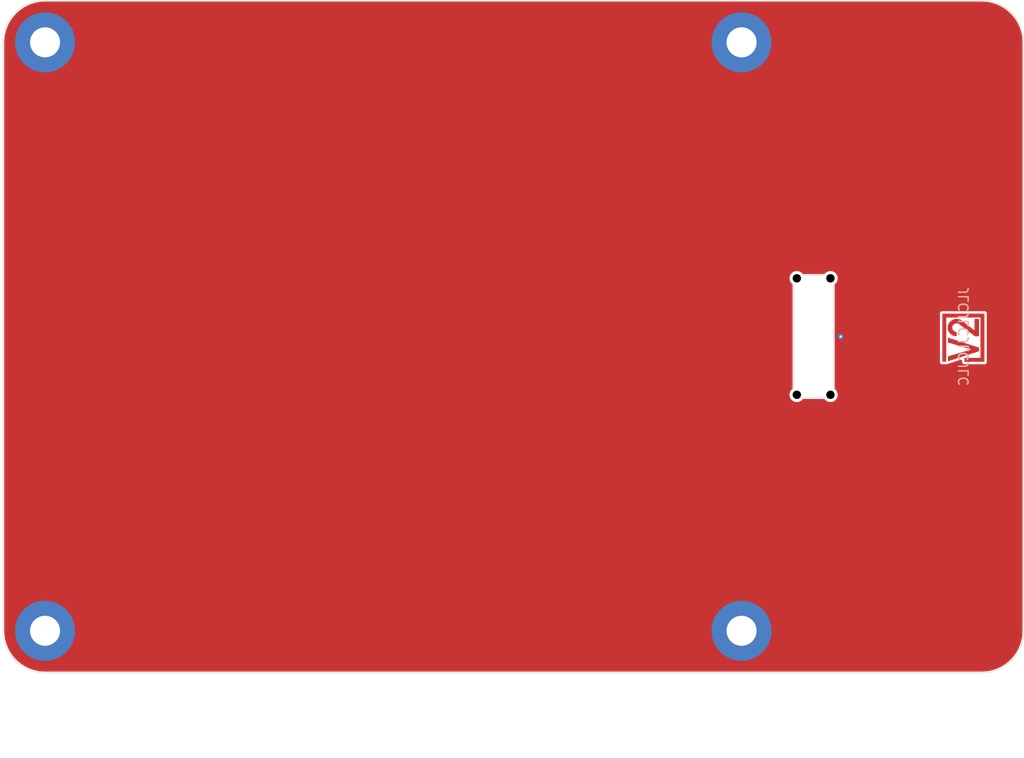
<source format=kicad_pcb>
(kicad_pcb (version 20240108) (generator "pcbnew") (generator_version "8.0")
  (title_block (date "2023-10-11") (rev "1"))
  (layers (0 "F.Cu" signal "Front") (31 "B.Cu" signal "Back") (36 "B.SilkS" user "B.Silkscreen") (37 "F.SilkS" user "F.Silkscreen") (38 "B.Mask" user) (39 "F.Mask" user) (44 "Edge.Cuts" user))
  (property "Order-Number" "JLCJLCJLCJLC")
  (net 0 "")
  (net 1 "GND")
  (footprint "V2_PCB_Devices:PCB_Button-top" (layer "F.Cu") (at 184.5 87)
    (property "Reference" "SWT101" (hide yes))
    (property "Value" "Button-top" (hide yes))
    (fp_line (start -1.65 -5.1) (end 1.65 -5.1) (stroke (width 0.05)) (layer "Edge.Cuts"))
    (fp_line (start -1.65 5.1) (end -1.65 -5.1) (stroke (width 0.05)) (layer "Edge.Cuts"))
    (fp_line (start 1.65 -5.1) (end 1.65 5.1) (stroke (width 0.05)) (layer "Edge.Cuts"))
    (fp_line (start 1.65 5.1) (end -1.65 5.1) (stroke (width 0.05)) (layer "Edge.Cuts"))
    (pad "" np_thru_hole circle (at -1.4 -4.85) (size 0.7 0.7) (drill 0.7) (layers "*.Mask"))
    (pad "" np_thru_hole circle (at -1.4 4.85) (size 0.7 0.7) (drill 0.7) (layers "*.Mask"))
    (pad "" np_thru_hole circle (at 1.4 -4.85) (size 0.7 0.7) (drill 0.7) (layers "*.Mask"))
    (pad "" np_thru_hole circle (at 1.4 4.85) (size 0.7 0.7) (drill 0.7) (layers "*.Mask"))
  )
  (footprint "V2_Mechanical:MountingHole_2.5mm_Pad_5mm" (layer "F.Cu") (at 178.5 111.5)
    (property "Reference" "H101" (hide yes))
    (property "Value" "Mounting_Hole" (hide yes))
    (pad "1" thru_hole custom (at 0 0) (size 5 5) (drill 2.5) (layers "*.Cu" "*.Mask") (net 1 "GND") (options (clearance outline) (anchor circle)) (primitives (gr_bbox (start -0.75 -0.75) (end 0.75 0.75) (fill no))))
  )
  (footprint "V2_Artwork:Logo_Small" (layer "F.Cu") (at 197 87 90)
    (property "Reference" "ICON101" (hide yes))
    (property "Value" "V2-logo" (hide yes))
    (fp_poly (pts (xy 1.91 1.7195) (xy -2.1005 1.7195) (xy -2.1005 0.0585) (xy -1.773 0.0585) (xy -1.773 1.392) (xy 1.5825 1.392) (xy 1.5825 -1.4555) (xy -2.1005 -1.4555) (xy -2.1005 -1.783) (xy 1.91 -1.783)) (fill solid) (layer "F.Cu"))
    (fp_poly (pts (xy -1.617677 -1.221322) (xy -1.084635 0.601822) (xy -1.059048 0.604213) (xy -0.526231 -1.218162) (xy -0.494416 -1.314387) (xy -0.190339 -1.314387) (xy -0.085353 -1.31286) (xy -0.918222 1.270316) (xy -1.019731 1.273487) (xy -1.223737 1.273487) (xy -2.056569 -1.309583) (xy -1.95594 -1.314387) (xy -1.651908 -1.314387)) (fill solid) (layer "F.Cu"))
    (fp_poly (pts (xy 0.862421 -1.32688) (xy 0.960344 -1.303887) (xy 1.053932 -1.266924) (xy 1.140943 -1.216397) (xy 1.219701 -1.153847) (xy 1.289786 -1.081749) (xy 1.350542 -1.001625) (xy 1.399768 -0.913898) (xy 1.435918 -0.820016) (xy 1.458468 -0.722) (xy 1.467956 -0.621911) (xy 1.465544 -0.521418) (xy 1.450928 -0.421932) (xy 1.422941 -0.325314) (xy 1.381219 -0.233761) (xy 1.32667 -0.149382) (xy 0.531352 0.87181) (xy 0.569453 0.895459) (xy 1.36796 0.895459) (xy 1.468453 0.900054) (xy 1.468453 1.206089) (xy 1.430088 1.273471) (xy 0.0225 1.273487) (xy 0.0225 0.967661) (xy 0.055771 0.877369) (xy 0.979104 -0.30523) (xy 1.038253 -0.385132) (xy 1.080844 -0.473929) (xy 1.098164 -0.570885) (xy 1.091767 -0.669077) (xy 1.059415 -0.761986) (xy 1.005396 -0.844371) (xy 0.93265 -0.91011) (xy 0.842392 -0.947991) (xy 0.744555 -0.957379) (xy 0.647511 -0.941672) (xy 0.558941 -0.899254) (xy 0.485254 -0.834228) (xy 0.432401 -0.751364) (xy 0.402317 -0.656406) (xy 0.361353 -0.584278) (xy 0.055147 -0.584278) (xy 0.02538 -0.657535) (xy 0.039764 -0.758101) (xy 0.066781 -0.854983) (xy 0.107035 -0.947172) (xy 0.159906 -1.032748) (xy 0.223839 -1.110347) (xy 0.296655 -1.179682) (xy 0.377971 -1.238903) (xy 0.467163 -1.285515) (xy 0.562602 -1.317508) (xy 0.661819 -1.334283) (xy 0.76236 -1.336756)) (fill solid) (layer "F.Cu"))
    (zone (net 0) (net_name "") (layer "F.Cu") (connect_pads (clearance 0)) (min_thickness 0.254)
      (keepout (tracks not_allowed) (vias not_allowed) (pads not_allowed) (copperpour not_allowed) (footprints allowed))
      (fill (thermal_gap 0.508) (thermal_bridge_width 0.508))
      (polygon (pts (xy 198.8415 89.2225) (xy 198.8415 84.968) (xy 195.095 84.968) (xy 195.095 89.2225) (xy 195.63475 89.2225) (xy 196.9365 88.79705) (xy 196.9365 89.2225)))
    )
  )
  (footprint "V2_Mechanical:MountingHole_2.5mm_Pad_5mm" (layer "F.Cu") (at 120.5 111.5)
    (property "Reference" "H107" (hide yes))
    (property "Value" "Mounting_Hole" (hide yes))
    (pad "1" thru_hole custom (at 0 0) (size 5 5) (drill 2.5) (layers "*.Cu" "*.Mask") (net 1 "GND") (options (clearance outline) (anchor circle)) (primitives (gr_bbox (start -0.75 -0.75) (end 0.75 0.75) (fill no))))
  )
  (footprint "V2_RaspberryPi:Hat" (layer "F.Cu") (at 117 115)
    (property "Reference" "H102" (hide yes))
    (property "Value" "Hat" (hide yes))
    (fp_line (start 0 -52.5) (end 0 -3.5) (stroke (width 0.05)) (layer "Edge.Cuts"))
    (fp_line (start 3.5 -56) (end 81.5 -56) (stroke (width 0.05)) (layer "Edge.Cuts"))
    (fp_line (start 3.5 0) (end 81.5 0) (stroke (width 0.05)) (layer "Edge.Cuts"))
    (fp_line (start 85 -52.5) (end 85 -3.5) (stroke (width 0.05)) (layer "Edge.Cuts"))
    (fp_arc (start 0 -52.5) (mid 1.025126 -54.974874) (end 3.5 -56) (stroke (width 0.05)) (layer "Edge.Cuts"))
    (fp_arc (start 3.5 0) (mid 1.025126 -1.025126) (end 0 -3.5) (stroke (width 0.05)) (layer "Edge.Cuts"))
    (fp_arc (start 81.5 -56) (mid 83.974874 -54.974874) (end 85 -52.5) (stroke (width 0.05)) (layer "Edge.Cuts"))
    (fp_arc (start 85 -3.5) (mid 83.974874 -1.025126) (end 81.5 0) (stroke (width 0.05)) (layer "Edge.Cuts"))
  )
  (footprint "V2_Mechanical:MountingHole_2.5mm_Pad_5mm" (layer "F.Cu") (at 178.5 62.5)
    (property "Reference" "H103" (hide yes))
    (property "Value" "Mounting_Hole" (hide yes))
    (pad "1" thru_hole custom (at 0 0) (size 5 5) (drill 2.5) (layers "*.Cu" "*.Mask") (net 1 "GND") (options (clearance outline) (anchor circle)) (primitives (gr_bbox (start -0.75 -0.75) (end 0.75 0.75) (fill no))))
  )
  (footprint "V2_Mechanical:MountingHole_2.5mm_Pad_5mm" (layer "F.Cu") (at 120.5 62.5)
    (property "Reference" "H105" (hide yes))
    (property "Value" "Mounting_Hole" (hide yes))
    (pad "1" thru_hole custom (at 0 0) (size 5 5) (drill 2.5) (layers "*.Cu" "*.Mask") (net 1 "GND") (options (clearance outline) (anchor circle)) (primitives (gr_bbox (start -0.75 -0.75) (end 0.75 0.75) (fill no))))
  )
  (footprint "V2_Production:Order_Number" (layer "B.Cu") (at 197 87 -90)
    (property "Reference" "INFO101" (hide yes))
    (property "Value" "ORDER-NUMBER" (hide yes))
    (fp_text user "${Order-Number}" (at 0 0 90) (layer "B.SilkS") (effects (font (size 0.8 0.8) (thickness 0.12)) (justify mirror)))
  )
  (via (at 186.75 87) (size 0.5) (drill 0.2) (layers "F.Cu" "B.Cu") (net 1))
  (zone (net 1) (net_name "GND") (layer "F.Cu") (priority 1) (connect_pads yes (clearance 0.2)) (min_thickness 0.2) (fill yes (thermal_gap 0.508) (thermal_bridge_width 0.508))
    (polygon (pts (xy 202 115) (xy 117 115) (xy 117 59) (xy 202 59)))
  )
)
</source>
